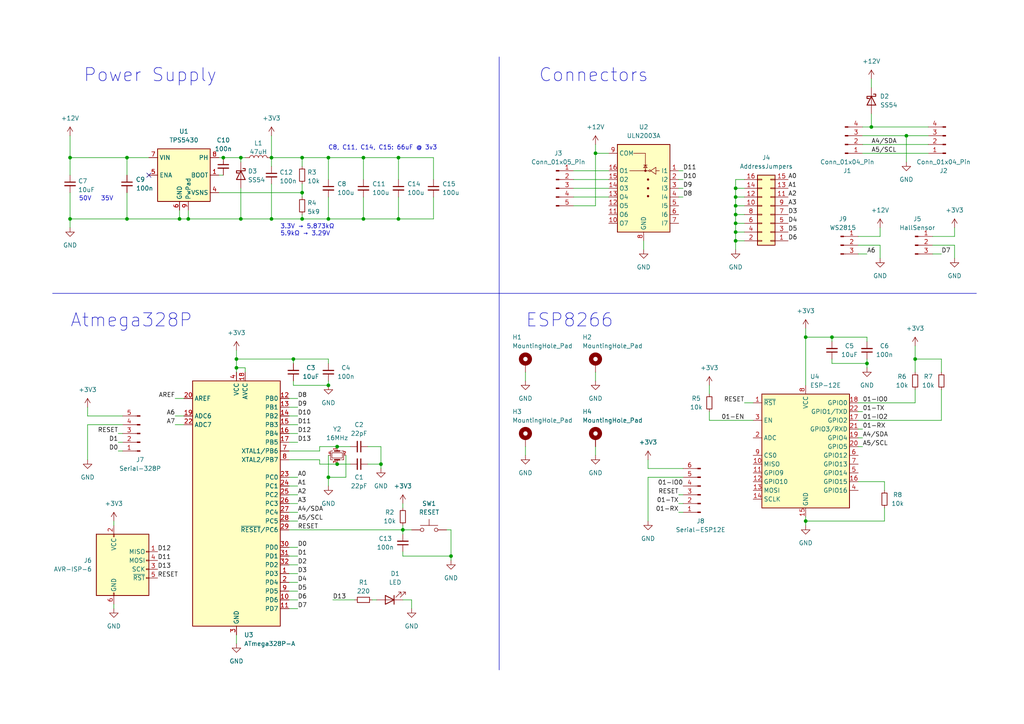
<source format=kicad_sch>
(kicad_sch (version 20231120) (generator "eeschema") (generator_version "8.0")
  (paper "A4")
  (lib_symbols
    (symbol "Connector:AVR-ISP-6" (pin_names (offset 1.016))
      (property "Reference" "J" (at -6.35 11.43 0))
      (property "Value" "AVR-ISP-6" (at 0 11.43 0))
      (symbol "AVR-ISP-6_1_1"
        (pin passive line (at 10.16 5.08 180) (length 2.54) (name "MISO") (number "1"))
        (pin passive line (at -2.54 12.7 270) (length 2.54) (name "VCC") (number "2"))
        (pin passive line (at 10.16 0 180) (length 2.54) (name "SCK") (number "3"))
        (pin passive line (at 10.16 2.54 180) (length 2.54) (name "MOSI") (number "4"))
        (pin passive line (at 10.16 -2.54 180) (length 2.54) (name "~{RST}") (number "5"))
        (pin passive line (at -2.54 -10.16 90) (length 2.54) (name "GND") (number "6"))
      )
    )
    (symbol "Connector:Conn_01x03_Pin" (pin_names (offset 1.016) hide)
      (property "Reference" "J" (at 0 5.08 0))
      (property "Value" "Conn_01x03_Pin" (at 0 -5.08 0))
      (symbol "Conn_01x03_Pin_1_1"
        (pin passive line (at 5.08 2.54 180) (length 3.81) (name "Pin_1") (number "1"))
        (pin passive line (at 5.08 0 180) (length 3.81) (name "Pin_2") (number "2"))
        (pin passive line (at 5.08 -2.54 180) (length 3.81) (name "Pin_3") (number "3"))
      )
    )
    (symbol "Connector:Conn_01x04_Pin" (pin_names (offset 1.016) hide)
      (property "Reference" "J" (at 0 5.08 0))
      (property "Value" "Conn_01x04_Pin" (at 0 -7.62 0))
      (symbol "Conn_01x04_Pin_1_1"
        (pin passive line (at 5.08 2.54 180) (length 3.81) (name "Pin_1") (number "1"))
        (pin passive line (at 5.08 0 180) (length 3.81) (name "Pin_2") (number "2"))
        (pin passive line (at 5.08 -2.54 180) (length 3.81) (name "Pin_3") (number "3"))
        (pin passive line (at 5.08 -5.08 180) (length 3.81) (name "Pin_4") (number "4"))
      )
    )
    (symbol "Connector:Conn_01x05_Pin" (pin_names (offset 1.016) hide)
      (property "Reference" "J" (at 0 7.62 0))
      (property "Value" "Conn_01x05_Pin" (at 0 -7.62 0))
      (symbol "Conn_01x05_Pin_1_1"
        (pin passive line (at 5.08 5.08 180) (length 3.81) (name "Pin_1") (number "1"))
        (pin passive line (at 5.08 2.54 180) (length 3.81) (name "Pin_2") (number "2"))
        (pin passive line (at 5.08 0 180) (length 3.81) (name "Pin_3") (number "3"))
        (pin passive line (at 5.08 -2.54 180) (length 3.81) (name "Pin_4") (number "4"))
        (pin passive line (at 5.08 -5.08 180) (length 3.81) (name "Pin_5") (number "5"))
      )
    )
    (symbol "Connector:Conn_01x06_Pin" (pin_names (offset 1.016) hide)
      (property "Reference" "J" (at 0 7.62 0))
      (property "Value" "Conn_01x06_Pin" (at 0 -10.16 0))
      (symbol "Conn_01x06_Pin_1_1"
        (pin passive line (at 5.08 5.08 180) (length 3.81) (name "Pin_1") (number "1"))
        (pin passive line (at 5.08 2.54 180) (length 3.81) (name "Pin_2") (number "2"))
        (pin passive line (at 5.08 0 180) (length 3.81) (name "Pin_3") (number "3"))
        (pin passive line (at 5.08 -2.54 180) (length 3.81) (name "Pin_4") (number "4"))
        (pin passive line (at 5.08 -5.08 180) (length 3.81) (name "Pin_5") (number "5"))
        (pin passive line (at 5.08 -7.62 180) (length 3.81) (name "Pin_6") (number "6"))
      )
    )
    (symbol "Connector_Generic:Conn_02x08_Odd_Even" (pin_names (offset 1.016) hide)
      (property "Reference" "J" (at 1.27 10.16 0))
      (property "Value" "Conn_02x08_Odd_Even" (at 1.27 -12.7 0))
      (symbol "Conn_02x08_Odd_Even_1_1"
        (pin passive line (at -5.08 7.62 0) (length 3.81) (name "Pin_1") (number "1"))
        (pin passive line (at 7.62 -2.54 180) (length 3.81) (name "Pin_10") (number "10"))
        (pin passive line (at -5.08 -5.08 0) (length 3.81) (name "Pin_11") (number "11"))
        (pin passive line (at 7.62 -5.08 180) (length 3.81) (name "Pin_12") (number "12"))
        (pin passive line (at -5.08 -7.62 0) (length 3.81) (name "Pin_13") (number "13"))
        (pin passive line (at 7.62 -7.62 180) (length 3.81) (name "Pin_14") (number "14"))
        (pin passive line (at -5.08 -10.16 0) (length 3.81) (name "Pin_15") (number "15"))
        (pin passive line (at 7.62 -10.16 180) (length 3.81) (name "Pin_16") (number "16"))
        (pin passive line (at 7.62 7.62 180) (length 3.81) (name "Pin_2") (number "2"))
        (pin passive line (at -5.08 5.08 0) (length 3.81) (name "Pin_3") (number "3"))
        (pin passive line (at 7.62 5.08 180) (length 3.81) (name "Pin_4") (number "4"))
        (pin passive line (at -5.08 2.54 0) (length 3.81) (name "Pin_5") (number "5"))
        (pin passive line (at 7.62 2.54 180) (length 3.81) (name "Pin_6") (number "6"))
        (pin passive line (at -5.08 0 0) (length 3.81) (name "Pin_7") (number "7"))
        (pin passive line (at 7.62 0 180) (length 3.81) (name "Pin_8") (number "8"))
        (pin passive line (at -5.08 -2.54 0) (length 3.81) (name "Pin_9") (number "9"))
      )
    )
    (symbol "Device:C_Small" (pin_numbers hide) (pin_names (offset 0.254) hide)
      (property "Reference" "C" (at 0.254 1.778 0))
      (property "Value" "C_Small" (at 0.254 -2.032 0))
      (symbol "C_Small_1_1"
        (pin passive line (at 0 2.54 270) (length 2.032) (name "~") (number "1"))
        (pin passive line (at 0 -2.54 90) (length 2.032) (name "~") (number "2"))
      )
    )
    (symbol "Device:Crystal_GND24_Small" (pin_names (offset 1.016) hide)
      (property "Reference" "Y" (at 1.27 4.445 0))
      (property "Value" "Crystal_GND24_Small" (at 1.27 2.54 0))
      (symbol "Crystal_GND24_Small_1_1"
        (pin passive line (at -2.54 0 0) (length 1.27) (name "1") (number "1"))
        (pin passive line (at 0 -2.54 90) (length 0.635) (name "2") (number "2"))
        (pin passive line (at 2.54 0 180) (length 1.27) (name "3") (number "3"))
        (pin passive line (at 0 2.54 270) (length 0.635) (name "4") (number "4"))
      )
    )
    (symbol "Device:D_Schottky" (pin_numbers hide) (pin_names (offset 1.016) hide)
      (property "Reference" "D" (at 0 2.54 0))
      (property "Value" "D_Schottky" (at 0 -2.54 0))
      (symbol "D_Schottky_1_1"
        (pin passive line (at -3.81 0 0) (length 2.54) (name "K") (number "1"))
        (pin passive line (at 3.81 0 180) (length 2.54) (name "A") (number "2"))
      )
    )
    (symbol "Device:L" (pin_numbers hide) (pin_names (offset 1.016) hide)
      (property "Reference" "L" (at -1.27 0 90))
      (property "Value" "L" (at 1.905 0 90))
      (symbol "L_1_1"
        (pin passive line (at 0 3.81 270) (length 1.27) (name "1") (number "1"))
        (pin passive line (at 0 -3.81 90) (length 1.27) (name "2") (number "2"))
      )
    )
    (symbol "Device:LED" (pin_numbers hide) (pin_names (offset 1.016) hide)
      (property "Reference" "D" (at 0 2.54 0))
      (property "Value" "LED" (at 0 -2.54 0))
      (symbol "LED_1_1"
        (pin passive line (at -3.81 0 0) (length 2.54) (name "K") (number "1"))
        (pin passive line (at 3.81 0 180) (length 2.54) (name "A") (number "2"))
      )
    )
    (symbol "Device:R_Small" (pin_numbers hide) (pin_names (offset 0.254) hide)
      (property "Reference" "R" (at 0.762 0.508 0))
      (property "Value" "R_Small" (at 0.762 -1.016 0))
      (symbol "R_Small_1_1"
        (pin passive line (at 0 2.54 270) (length 0.762) (name "~") (number "1"))
        (pin passive line (at 0 -2.54 90) (length 0.762) (name "~") (number "2"))
      )
    )
    (symbol "MCU_Microchip_ATmega:ATmega328P-A"
      (property "Reference" "U" (at -12.7 36.83 0))
      (property "Value" "ATmega328P-A" (at 2.54 -36.83 0))
      (symbol "ATmega328P-A_1_1"
        (pin bidirectional line (at 15.24 -20.32 180) (length 2.54) (name "PD3") (number "1"))
        (pin bidirectional line (at 15.24 -27.94 180) (length 2.54) (name "PD6") (number "10"))
        (pin bidirectional line (at 15.24 -30.48 180) (length 2.54) (name "PD7") (number "11"))
        (pin bidirectional line (at 15.24 30.48 180) (length 2.54) (name "PB0") (number "12"))
        (pin bidirectional line (at 15.24 27.94 180) (length 2.54) (name "PB1") (number "13"))
        (pin bidirectional line (at 15.24 25.4 180) (length 2.54) (name "PB2") (number "14"))
        (pin bidirectional line (at 15.24 22.86 180) (length 2.54) (name "PB3") (number "15"))
        (pin bidirectional line (at 15.24 20.32 180) (length 2.54) (name "PB4") (number "16"))
        (pin bidirectional line (at 15.24 17.78 180) (length 2.54) (name "PB5") (number "17"))
        (pin power_in line (at 2.54 38.1 270) (length 2.54) (name "AVCC") (number "18"))
        (pin input line (at -15.24 25.4 0) (length 2.54) (name "ADC6") (number "19"))
        (pin bidirectional line (at 15.24 -22.86 180) (length 2.54) (name "PD4") (number "2"))
        (pin passive line (at -15.24 30.48 0) (length 2.54) (name "AREF") (number "20"))
        (pin passive line (at 0 -38.1 90) (length 2.54) hide (name "GND") (number "21"))
        (pin input line (at -15.24 22.86 0) (length 2.54) (name "ADC7") (number "22"))
        (pin bidirectional line (at 15.24 7.62 180) (length 2.54) (name "PC0") (number "23"))
        (pin bidirectional line (at 15.24 5.08 180) (length 2.54) (name "PC1") (number "24"))
        (pin bidirectional line (at 15.24 2.54 180) (length 2.54) (name "PC2") (number "25"))
        (pin bidirectional line (at 15.24 0 180) (length 2.54) (name "PC3") (number "26"))
        (pin bidirectional line (at 15.24 -2.54 180) (length 2.54) (name "PC4") (number "27"))
        (pin bidirectional line (at 15.24 -5.08 180) (length 2.54) (name "PC5") (number "28"))
        (pin bidirectional line (at 15.24 -7.62 180) (length 2.54) (name "~{RESET}/PC6") (number "29"))
        (pin power_in line (at 0 -38.1 90) (length 2.54) (name "GND") (number "3"))
        (pin bidirectional line (at 15.24 -12.7 180) (length 2.54) (name "PD0") (number "30"))
        (pin bidirectional line (at 15.24 -15.24 180) (length 2.54) (name "PD1") (number "31"))
        (pin bidirectional line (at 15.24 -17.78 180) (length 2.54) (name "PD2") (number "32"))
        (pin power_in line (at 0 38.1 270) (length 2.54) (name "VCC") (number "4"))
        (pin passive line (at 0 -38.1 90) (length 2.54) hide (name "GND") (number "5"))
        (pin passive line (at 0 38.1 270) (length 2.54) hide (name "VCC") (number "6"))
        (pin bidirectional line (at 15.24 15.24 180) (length 2.54) (name "XTAL1/PB6") (number "7"))
        (pin bidirectional line (at 15.24 12.7 180) (length 2.54) (name "XTAL2/PB7") (number "8"))
        (pin bidirectional line (at 15.24 -25.4 180) (length 2.54) (name "PD5") (number "9"))
      )
    )
    (symbol "Mechanical:MountingHole_Pad" (pin_numbers hide) (pin_names (offset 1.016) hide)
      (property "Reference" "H" (at 0 6.35 0))
      (property "Value" "MountingHole_Pad" (at 0 4.445 0))
      (symbol "MountingHole_Pad_1_1"
        (pin input line (at 0 -2.54 90) (length 2.54) (name "1") (number "1"))
      )
    )
    (symbol "RF_Module:ESP-12E"
      (property "Reference" "U" (at -12.7 19.05 0))
      (property "Value" "ESP-12E" (at 12.7 19.05 0))
      (symbol "ESP-12E_1_1"
        (pin input line (at -15.24 15.24 0) (length 2.54) (name "~{RST}") (number "1"))
        (pin bidirectional line (at -15.24 -2.54 0) (length 2.54) (name "MISO") (number "10"))
        (pin bidirectional line (at -15.24 -5.08 0) (length 2.54) (name "GPIO9") (number "11"))
        (pin bidirectional line (at -15.24 -7.62 0) (length 2.54) (name "GPIO10") (number "12"))
        (pin bidirectional line (at -15.24 -10.16 0) (length 2.54) (name "MOSI") (number "13"))
        (pin bidirectional line (at -15.24 -12.7 0) (length 2.54) (name "SCLK") (number "14"))
        (pin power_in line (at 0 -17.78 90) (length 2.54) (name "GND") (number "15"))
        (pin bidirectional line (at 15.24 -7.62 180) (length 2.54) (name "GPIO15") (number "16"))
        (pin bidirectional line (at 15.24 10.16 180) (length 2.54) (name "GPIO2") (number "17"))
        (pin bidirectional line (at 15.24 15.24 180) (length 2.54) (name "GPIO0") (number "18"))
        (pin bidirectional line (at 15.24 5.08 180) (length 2.54) (name "GPIO4") (number "19"))
        (pin input line (at -15.24 5.08 0) (length 2.54) (name "ADC") (number "2"))
        (pin bidirectional line (at 15.24 2.54 180) (length 2.54) (name "GPIO5") (number "20"))
        (pin bidirectional line (at 15.24 7.62 180) (length 2.54) (name "GPIO3/RXD") (number "21"))
        (pin bidirectional line (at 15.24 12.7 180) (length 2.54) (name "GPIO1/TXD") (number "22"))
        (pin input line (at -15.24 10.16 0) (length 2.54) (name "EN") (number "3"))
        (pin bidirectional line (at 15.24 -10.16 180) (length 2.54) (name "GPIO16") (number "4"))
        (pin bidirectional line (at 15.24 -5.08 180) (length 2.54) (name "GPIO14") (number "5"))
        (pin bidirectional line (at 15.24 0 180) (length 2.54) (name "GPIO12") (number "6"))
        (pin bidirectional line (at 15.24 -2.54 180) (length 2.54) (name "GPIO13") (number "7"))
        (pin power_in line (at 0 20.32 270) (length 2.54) (name "VCC") (number "8"))
        (pin input line (at -15.24 0 0) (length 2.54) (name "CS0") (number "9"))
      )
    )
    (symbol "Switch:SW_Push" (pin_numbers hide) (pin_names (offset 1.016) hide)
      (property "Reference" "SW" (at 1.27 2.54 0))
      (property "Value" "SW_Push" (at 0 -1.524 0))
      (symbol "SW_Push_0_1"
        (pin passive line (at -5.08 0 0) (length 2.54) (name "1") (number "1"))
        (pin passive line (at 5.08 0 180) (length 2.54) (name "2") (number "2"))
      )
    )
    (symbol "Transistor_Array:ULN2003A"
      (property "Reference" "U" (at 0 15.875 0))
      (property "Value" "ULN2003A" (at 0 13.97 0))
      (symbol "ULN2003A_1_1"
        (pin input line (at -10.16 5.08 0) (length 2.54) (name "I1") (number "1"))
        (pin open_collector line (at 10.16 -10.16 180) (length 2.54) (name "O7") (number "10"))
        (pin open_collector line (at 10.16 -7.62 180) (length 2.54) (name "O6") (number "11"))
        (pin open_collector line (at 10.16 -5.08 180) (length 2.54) (name "O5") (number "12"))
        (pin open_collector line (at 10.16 -2.54 180) (length 2.54) (name "O4") (number "13"))
        (pin open_collector line (at 10.16 0 180) (length 2.54) (name "O3") (number "14"))
        (pin open_collector line (at 10.16 2.54 180) (length 2.54) (name "O2") (number "15"))
        (pin open_collector line (at 10.16 5.08 180) (length 2.54) (name "O1") (number "16"))
        (pin input line (at -10.16 2.54 0) (length 2.54) (name "I2") (number "2"))
        (pin input line (at -10.16 0 0) (length 2.54) (name "I3") (number "3"))
        (pin input line (at -10.16 -2.54 0) (length 2.54) (name "I4") (number "4"))
        (pin input line (at -10.16 -5.08 0) (length 2.54) (name "I5") (number "5"))
        (pin input line (at -10.16 -7.62 0) (length 2.54) (name "I6") (number "6"))
        (pin input line (at -10.16 -10.16 0) (length 2.54) (name "I7") (number "7"))
        (pin power_in line (at 0 -15.24 90) (length 2.54) (name "GND") (number "8"))
        (pin passive line (at 10.16 10.16 180) (length 2.54) (name "COM") (number "9"))
      )
    )
    (symbol "opendcc:TPS5450"
      (property "Reference" "U?" (at 0 11.3198 0))
      (property "Value" "TPS5450" (at 0 8.7829 0))
      (symbol "TPS5450_1_1"
        (pin input line (at 10.16 0 180) (length 2.54) (name "BOOT") (number "1"))
        (pin no_connect line (at -7.62 -2.54 0) (length 2.54) hide (name "NC") (number "2"))
        (pin no_connect line (at -7.62 -5.08 0) (length 2.54) hide (name "NC") (number "3"))
        (pin input line (at 10.16 -5.08 180) (length 2.54) (name "VSNS") (number "4"))
        (pin input line (at -10.16 0 0) (length 2.54) (name "ENA") (number "5"))
        (pin power_in line (at -1.27 -10.16 90) (length 2.54) (name "GND") (number "6"))
        (pin power_in line (at -10.16 5.08 0) (length 2.54) (name "VIN") (number "7"))
        (pin power_out line (at 10.16 5.08 180) (length 2.54) (name "PH") (number "8"))
        (pin power_in line (at 1.27 -10.16 90) (length 2.54) (name "PwPad") (number "9"))
      )
    )
    (symbol "power:+12V" (power) (pin_names (offset 0))
      (property "Value" "+12V" (at 0 3.556 0))
      (symbol "+12V_1_1"
        (pin power_in line (at 0 0 90) (length 0) hide (name "+12V") (number "1"))
      )
    )
    (symbol "power:+3V3" (power) (pin_names (offset 0))
      (property "Value" "+3V3" (at 0 3.556 0))
      (symbol "+3V3_1_1"
        (pin power_in line (at 0 0 90) (length 0) hide (name "+3V3") (number "1"))
      )
    )
    (symbol "power:GND" (power) (pin_names (offset 0))
      (property "Value" "GND" (at 0 -3.81 0))
      (symbol "GND_1_1"
        (pin power_in line (at 0 0 270) (length 0) hide (name "GND") (number "1"))
      )
    )
  )
  (junction (at 241.3 97.79))
  (junction (at 68.58 104.14))
  (junction (at 87.63 45.72))
  (junction (at 105.41 45.72))
  (junction (at 69.85 45.72))
  (junction (at 20.32 45.72))
  (junction (at 95.25 45.72))
  (junction (at 78.74 63.5))
  (junction (at 213.36 62.23))
  (junction (at 36.83 63.5))
  (junction (at 213.36 57.15))
  (junction (at 97.79 129.54))
  (junction (at 213.36 67.31))
  (junction (at 36.83 45.72))
  (junction (at 115.57 63.5))
  (junction (at 69.85 63.5))
  (junction (at 20.32 63.5))
  (junction (at 115.57 45.72))
  (junction (at 64.77 45.72))
  (junction (at 87.63 63.5))
  (junction (at 213.36 59.69))
  (junction (at 68.58 106.68))
  (junction (at 213.36 64.77))
  (junction (at 78.74 45.72))
  (junction (at 110.49 134.62))
  (junction (at 95.25 138.43))
  (junction (at 262.89 39.37))
  (junction (at 54.61 63.5))
  (junction (at 265.43 104.14))
  (junction (at 105.41 63.5))
  (junction (at 52.07 63.5))
  (junction (at 251.46 105.41))
  (junction (at 252.73 36.83))
  (junction (at 130.81 161.29))
  (junction (at 95.25 63.5))
  (junction (at 172.72 44.45))
  (junction (at 87.63 55.88))
  (junction (at 116.84 153.67))
  (junction (at 233.68 151.13))
  (junction (at 97.79 134.62))
  (junction (at 213.36 54.61))
  (junction (at 85.09 104.14))
  (junction (at 233.68 97.79))
  (junction (at 95.25 111.76))
  (junction (at 213.36 69.85))
  (no_connect (at 43.18 50.8))
  (wire (pts (xy 86.36 115.57) (xy 83.82 115.57)))
  (wire (pts (xy 54.61 63.5) (xy 69.85 63.5)))
  (wire (pts (xy 71.12 107.95) (xy 71.12 106.68)))
  (wire (pts (xy 86.36 171.45) (xy 83.82 171.45)))
  (wire (pts (xy 92.71 129.54) (xy 97.79 129.54)))
  (wire (pts (xy 86.36 158.75) (xy 83.82 158.75)))
  (wire (pts (xy 250.19 36.83) (xy 252.73 36.83)))
  (wire (pts (xy 54.61 60.96) (xy 54.61 63.5)))
  (wire (pts (xy 215.9 64.77) (xy 213.36 64.77)))
  (wire (pts (xy 36.83 63.5) (xy 52.07 63.5)))
  (wire (pts (xy 83.82 133.35) (xy 92.71 133.35)))
  (wire (pts (xy 198.12 54.61) (xy 196.85 54.61)))
  (wire (pts (xy 262.89 46.99) (xy 262.89 39.37)))
  (wire (pts (xy 196.85 146.05) (xy 198.12 146.05)))
  (wire (pts (xy 86.36 123.19) (xy 83.82 123.19)))
  (wire (pts (xy 116.84 146.05) (xy 116.84 147.32)))
  (wire (pts (xy 106.68 129.54) (xy 110.49 129.54)))
  (wire (pts (xy 187.96 135.89) (xy 187.96 133.35)))
  (wire (pts (xy 256.54 147.32) (xy 256.54 151.13)))
  (wire (pts (xy 20.32 45.72) (xy 36.83 45.72)))
  (wire (pts (xy 71.12 106.68) (xy 68.58 106.68)))
  (wire (pts (xy 198.12 49.53) (xy 196.85 49.53)))
  (wire (pts (xy 63.5 55.88) (xy 87.63 55.88)))
  (wire (pts (xy 68.58 104.14) (xy 85.09 104.14)))
  (wire (pts (xy 115.57 52.07) (xy 115.57 45.72)))
  (wire (pts (xy 251.46 105.41) (xy 251.46 104.14)))
  (wire (pts (xy 95.25 132.08) (xy 95.25 138.43)))
  (wire (pts (xy 198.12 138.43) (xy 187.96 138.43)))
  (wire (pts (xy 213.36 67.31) (xy 213.36 69.85)))
  (wire (pts (xy 125.73 63.5) (xy 125.73 57.15)))
  (wire (pts (xy 85.09 105.41) (xy 85.09 104.14)))
  (wire (pts (xy 78.74 53.34) (xy 78.74 63.5)))
  (wire (pts (xy 273.05 107.95) (xy 273.05 104.14)))
  (wire (pts (xy 63.5 50.8) (xy 64.77 50.8)))
  (wire (pts (xy 198.12 52.07) (xy 196.85 52.07)))
  (wire (pts (xy 250.19 39.37) (xy 262.89 39.37)))
  (wire (pts (xy 250.19 127) (xy 248.92 127)))
  (wire (pts (xy 78.74 48.26) (xy 78.74 45.72)))
  (wire (pts (xy 166.37 59.69) (xy 172.72 59.69)))
  (wire (pts (xy 95.25 63.5) (xy 95.25 57.15)))
  (wire (pts (xy 97.79 134.62) (xy 101.6 134.62)))
  (wire (pts (xy 86.36 125.73) (xy 83.82 125.73)))
  (wire (pts (xy 83.82 130.81) (xy 92.71 130.81)))
  (wire (pts (xy 92.71 130.81) (xy 92.71 129.54)))
  (wire (pts (xy 215.9 67.31) (xy 213.36 67.31)))
  (wire (pts (xy 215.9 59.69) (xy 213.36 59.69)))
  (wire (pts (xy 87.63 53.34) (xy 87.63 55.88)))
  (wire (pts (xy 241.3 104.14) (xy 241.3 105.41)))
  (wire (pts (xy 196.85 148.59) (xy 198.12 148.59)))
  (wire (pts (xy 68.58 104.14) (xy 68.58 106.68)))
  (wire (pts (xy 68.58 106.68) (xy 68.58 107.95)))
  (wire (pts (xy 215.9 62.23) (xy 213.36 62.23)))
  (wire (pts (xy 270.51 71.12) (xy 276.86 71.12)))
  (wire (pts (xy 130.81 153.67) (xy 130.81 161.29)))
  (wire (pts (xy 36.83 55.88) (xy 36.83 63.5)))
  (wire (pts (xy 87.63 55.88) (xy 87.63 57.15)))
  (wire (pts (xy 196.85 143.51) (xy 198.12 143.51)))
  (wire (pts (xy 248.92 124.46) (xy 250.19 124.46)))
  (wire (pts (xy 86.36 140.97) (xy 83.82 140.97)))
  (wire (pts (xy 255.27 68.58) (xy 255.27 66.04)))
  (wire (pts (xy 250.19 44.45) (xy 269.24 44.45)))
  (wire (pts (xy 172.72 129.54) (xy 172.72 132.08)))
  (polyline (pts (xy 144.78 85.09) (xy 144.78 194.31)))
  (wire (pts (xy 241.3 99.06) (xy 241.3 97.79)))
  (wire (pts (xy 86.36 146.05) (xy 83.82 146.05)))
  (wire (pts (xy 255.27 71.12) (xy 255.27 74.93)))
  (wire (pts (xy 86.36 168.91) (xy 83.82 168.91)))
  (wire (pts (xy 52.07 60.96) (xy 52.07 63.5)))
  (wire (pts (xy 270.51 68.58) (xy 276.86 68.58)))
  (wire (pts (xy 215.9 57.15) (xy 213.36 57.15)))
  (wire (pts (xy 78.74 45.72) (xy 87.63 45.72)))
  (polyline (pts (xy 144.78 16.51) (xy 144.78 85.09)))
  (wire (pts (xy 86.36 118.11) (xy 83.82 118.11)))
  (wire (pts (xy 50.8 120.65) (xy 53.34 120.65)))
  (wire (pts (xy 248.92 116.84) (xy 265.43 116.84)))
  (wire (pts (xy 241.3 105.41) (xy 251.46 105.41)))
  (wire (pts (xy 64.77 45.72) (xy 69.85 45.72)))
  (wire (pts (xy 78.74 39.37) (xy 78.74 45.72)))
  (wire (pts (xy 248.92 119.38) (xy 250.19 119.38)))
  (wire (pts (xy 205.74 111.76) (xy 205.74 114.3)))
  (wire (pts (xy 248.92 68.58) (xy 255.27 68.58)))
  (wire (pts (xy 115.57 63.5) (xy 115.57 57.15)))
  (wire (pts (xy 20.32 63.5) (xy 36.83 63.5)))
  (polyline (pts (xy 144.78 85.09) (xy 283.21 85.09)))
  (wire (pts (xy 130.81 162.56) (xy 130.81 161.29)))
  (wire (pts (xy 78.74 63.5) (xy 87.63 63.5)))
  (wire (pts (xy 248.92 129.54) (xy 250.19 129.54)))
  (wire (pts (xy 34.29 128.27) (xy 35.56 128.27)))
  (wire (pts (xy 116.84 152.4) (xy 116.84 153.67)))
  (wire (pts (xy 86.36 173.99) (xy 83.82 173.99)))
  (wire (pts (xy 186.69 69.85) (xy 186.69 72.39)))
  (wire (pts (xy 85.09 104.14) (xy 95.25 104.14)))
  (wire (pts (xy 95.25 138.43) (xy 95.25 140.97)))
  (wire (pts (xy 33.02 151.13) (xy 33.02 152.4)))
  (wire (pts (xy 213.36 59.69) (xy 213.36 62.23)))
  (wire (pts (xy 102.87 173.99) (xy 96.52 173.99)))
  (wire (pts (xy 25.4 120.65) (xy 35.56 120.65)))
  (wire (pts (xy 251.46 105.41) (xy 251.46 106.68)))
  (wire (pts (xy 20.32 50.8) (xy 20.32 45.72)))
  (wire (pts (xy 198.12 57.15) (xy 196.85 57.15)))
  (wire (pts (xy 68.58 186.69) (xy 68.58 184.15)))
  (wire (pts (xy 276.86 71.12) (xy 276.86 74.93)))
  (wire (pts (xy 34.29 130.81) (xy 35.56 130.81)))
  (wire (pts (xy 116.84 153.67) (xy 119.38 153.67)))
  (wire (pts (xy 95.25 111.76) (xy 95.25 110.49)))
  (wire (pts (xy 87.63 63.5) (xy 95.25 63.5)))
  (wire (pts (xy 252.73 22.86) (xy 252.73 25.4)))
  (wire (pts (xy 130.81 153.67) (xy 129.54 153.67)))
  (wire (pts (xy 265.43 113.03) (xy 265.43 116.84)))
  (wire (pts (xy 125.73 45.72) (xy 115.57 45.72)))
  (wire (pts (xy 166.37 57.15) (xy 176.53 57.15)))
  (wire (pts (xy 69.85 45.72) (xy 71.12 45.72)))
  (wire (pts (xy 125.73 52.07) (xy 125.73 45.72)))
  (wire (pts (xy 34.29 125.73) (xy 35.56 125.73)))
  (wire (pts (xy 252.73 36.83) (xy 269.24 36.83)))
  (wire (pts (xy 95.25 104.14) (xy 95.25 105.41)))
  (wire (pts (xy 85.09 110.49) (xy 85.09 111.76)))
  (wire (pts (xy 251.46 73.66) (xy 248.92 73.66)))
  (wire (pts (xy 251.46 97.79) (xy 241.3 97.79)))
  (wire (pts (xy 262.89 39.37) (xy 269.24 39.37)))
  (wire (pts (xy 86.36 138.43) (xy 83.82 138.43)))
  (wire (pts (xy 172.72 59.69) (xy 172.72 44.45)))
  (wire (pts (xy 273.05 73.66) (xy 270.51 73.66)))
  (wire (pts (xy 116.84 154.94) (xy 116.84 153.67)))
  (wire (pts (xy 105.41 52.07) (xy 105.41 45.72)))
  (wire (pts (xy 115.57 45.72) (xy 105.41 45.72)))
  (wire (pts (xy 69.85 63.5) (xy 78.74 63.5)))
  (wire (pts (xy 110.49 134.62) (xy 110.49 135.89)))
  (wire (pts (xy 172.72 107.95) (xy 172.72 110.49)))
  (wire (pts (xy 105.41 63.5) (xy 115.57 63.5)))
  (wire (pts (xy 265.43 104.14) (xy 265.43 107.95)))
  (wire (pts (xy 265.43 100.33) (xy 265.43 104.14)))
  (wire (pts (xy 198.12 135.89) (xy 187.96 135.89)))
  (wire (pts (xy 68.58 101.6) (xy 68.58 104.14)))
  (wire (pts (xy 20.32 55.88) (xy 20.32 63.5)))
  (wire (pts (xy 87.63 62.23) (xy 87.63 63.5)))
  (wire (pts (xy 86.36 163.83) (xy 83.82 163.83)))
  (wire (pts (xy 172.72 44.45) (xy 176.53 44.45)))
  (wire (pts (xy 83.82 153.67) (xy 116.84 153.67)))
  (wire (pts (xy 215.9 69.85) (xy 213.36 69.85)))
  (wire (pts (xy 152.4 107.95) (xy 152.4 110.49)))
  (wire (pts (xy 25.4 133.35) (xy 25.4 123.19)))
  (wire (pts (xy 213.36 57.15) (xy 213.36 59.69)))
  (wire (pts (xy 205.74 121.92) (xy 218.44 121.92)))
  (wire (pts (xy 213.36 54.61) (xy 213.36 57.15)))
  (wire (pts (xy 25.4 118.11) (xy 25.4 120.65)))
  (wire (pts (xy 106.68 134.62) (xy 110.49 134.62)))
  (wire (pts (xy 97.79 129.54) (xy 101.6 129.54)))
  (wire (pts (xy 86.36 128.27) (xy 83.82 128.27)))
  (wire (pts (xy 215.9 52.07) (xy 213.36 52.07)))
  (wire (pts (xy 273.05 113.03) (xy 273.05 121.92)))
  (wire (pts (xy 69.85 54.61) (xy 69.85 63.5)))
  (wire (pts (xy 107.95 173.99) (xy 109.22 173.99)))
  (wire (pts (xy 95.25 45.72) (xy 87.63 45.72)))
  (wire (pts (xy 50.8 115.57) (xy 53.34 115.57)))
  (wire (pts (xy 152.4 129.54) (xy 152.4 132.08)))
  (wire (pts (xy 166.37 49.53) (xy 176.53 49.53)))
  (wire (pts (xy 233.68 95.25) (xy 233.68 97.79)))
  (wire (pts (xy 213.36 64.77) (xy 213.36 67.31)))
  (wire (pts (xy 213.36 52.07) (xy 213.36 54.61)))
  (wire (pts (xy 250.19 41.91) (xy 269.24 41.91)))
  (wire (pts (xy 86.36 120.65) (xy 83.82 120.65)))
  (wire (pts (xy 215.9 54.61) (xy 213.36 54.61)))
  (wire (pts (xy 50.8 123.19) (xy 53.34 123.19)))
  (wire (pts (xy 119.38 173.99) (xy 119.38 176.53)))
  (wire (pts (xy 36.83 45.72) (xy 43.18 45.72)))
  (wire (pts (xy 20.32 39.37) (xy 20.32 45.72)))
  (wire (pts (xy 276.86 68.58) (xy 276.86 66.04)))
  (wire (pts (xy 256.54 151.13) (xy 233.68 151.13)))
  (wire (pts (xy 248.92 71.12) (xy 255.27 71.12)))
  (wire (pts (xy 233.68 151.13) (xy 233.68 152.4)))
  (wire (pts (xy 166.37 54.61) (xy 176.53 54.61)))
  (wire (pts (xy 95.25 63.5) (xy 105.41 63.5)))
  (wire (pts (xy 63.5 45.72) (xy 64.77 45.72)))
  (wire (pts (xy 248.92 139.7) (xy 256.54 139.7)))
  (wire (pts (xy 115.57 63.5) (xy 125.73 63.5)))
  (wire (pts (xy 52.07 63.5) (xy 54.61 63.5)))
  (wire (pts (xy 100.33 138.43) (xy 95.25 138.43)))
  (wire (pts (xy 87.63 45.72) (xy 87.63 48.26)))
  (wire (pts (xy 256.54 139.7) (xy 256.54 142.24)))
  (wire (pts (xy 92.71 133.35) (xy 92.71 134.62)))
  (wire (pts (xy 172.72 41.91) (xy 172.72 44.45)))
  (wire (pts (xy 205.74 119.38) (xy 205.74 121.92)))
  (wire (pts (xy 33.02 176.53) (xy 33.02 175.26)))
  (polyline (pts (xy 15.24 85.09) (xy 144.78 85.09)))
  (wire (pts (xy 241.3 97.79) (xy 233.68 97.79)))
  (wire (pts (xy 251.46 99.06) (xy 251.46 97.79)))
  (wire (pts (xy 233.68 149.86) (xy 233.68 151.13)))
  (wire (pts (xy 86.36 166.37) (xy 83.82 166.37)))
  (wire (pts (xy 116.84 161.29) (xy 116.84 160.02)))
  (wire (pts (xy 92.71 134.62) (xy 97.79 134.62)))
  (wire (pts (xy 273.05 104.14) (xy 265.43 104.14)))
  (wire (pts (xy 20.32 63.5) (xy 20.32 66.04)))
  (wire (pts (xy 36.83 45.72) (xy 36.83 50.8)))
  (wire (pts (xy 110.49 129.54) (xy 110.49 134.62)))
  (wire (pts (xy 86.36 143.51) (xy 83.82 143.51)))
  (wire (pts (xy 86.36 161.29) (xy 83.82 161.29)))
  (wire (pts (xy 116.84 173.99) (xy 119.38 173.99)))
  (wire (pts (xy 86.36 148.59) (xy 83.82 148.59)))
  (wire (pts (xy 105.41 63.5) (xy 105.41 57.15)))
  (wire (pts (xy 85.09 111.76) (xy 95.25 111.76)))
  (wire (pts (xy 25.4 123.19) (xy 35.56 123.19)))
  (wire (pts (xy 213.36 62.23) (xy 213.36 64.77)))
  (wire (pts (xy 116.84 161.29) (xy 130.81 161.29)))
  (wire (pts (xy 86.36 151.13) (xy 83.82 151.13)))
  (wire (pts (xy 213.36 69.85) (xy 213.36 72.39)))
  (wire (pts (xy 233.68 97.79) (xy 233.68 111.76)))
  (wire (pts (xy 248.92 121.92) (xy 273.05 121.92)))
  (wire (pts (xy 166.37 52.07) (xy 176.53 52.07)))
  (wire (pts (xy 95.25 52.07) (xy 95.25 45.72)))
  (wire (pts (xy 187.96 138.43) (xy 187.96 151.13)))
  (wire (pts (xy 86.36 176.53) (xy 83.82 176.53)))
  (wire (pts (xy 100.33 132.08) (xy 100.33 138.43)))
  (wire (pts (xy 105.41 45.72) (xy 95.25 45.72)))
  (wire (pts (xy 69.85 45.72) (xy 69.85 46.99)))
  (wire (pts (xy 215.9 116.84) (xy 218.44 116.84)))
  (wire (pts (xy 252.73 33.02) (xy 252.73 36.83)))
  (text "35V" (at 29.21 58.42 0) (effects (font (size 1.27 1.27)) (justify left bottom)))
  (text "Connectors" (at 156.21 24.13 0) (effects (font (size 3.81 3.81)) (justify left bottom)))
  (text "C8, C11, C14, C15: 66uF @ 3v3" (at 110.998 42.926 0) (effects (font (size 1.27 1.27))))
  (text "Power Supply" (at 24.13 24.13 0) (effects (font (size 3.81 3.81)) (justify left bottom)))
  (text "3.3V → 5.873kΩ\n5.9kΩ → 3.29V" (at 81.28 68.58 0) (effects (font (size 1.27 1.27)) (justify left bottom)))
  (text "50V" (at 22.86 58.42 0) (effects (font (size 1.27 1.27)) (justify left bottom)))
  (text "ESP8266" (at 152.4 95.25 0) (effects (font (size 3.81 3.81)) (justify left bottom)))
  (text "Atmega328P" (at 20.32 95.25 0) (effects (font (size 3.81 3.81)) (justify left bottom)))
  (label "A0" (at 86.36 138.43 0))
  (label "D10" (at 86.36 120.65 0))
  (label "01-IO2" (at 250.19 121.92 0))
  (label "D12" (at 45.72 160.02 0))
  (label "AREF" (at 50.8 115.57 180))
  (label "D11" (at 198.12 49.53 0))
  (label "D1" (at 86.36 161.29 0))
  (label "01-EN" (at 215.9 121.92 180))
  (label "A2" (at 228.6 57.15 0))
  (label "D3" (at 228.6 62.23 0))
  (label "A4{slash}SDA" (at 86.36 148.59 0))
  (label "D7" (at 273.05 73.66 0))
  (label "D12" (at 86.36 125.73 0))
  (label "D1" (at 34.29 128.27 180))
  (label "A6" (at 50.8 120.65 180))
  (label "01-IO0" (at 250.19 116.84 0))
  (label "D7" (at 86.36 176.53 0))
  (label "D6" (at 228.6 69.85 0))
  (label "D10" (at 198.12 52.07 0))
  (label "D13" (at 96.52 173.99 0))
  (label "01-IO0" (at 198.12 140.97 180))
  (label "RESET" (at 45.72 167.64 0))
  (label "A5{slash}SCL" (at 250.19 129.54 0))
  (label "D4" (at 86.36 168.91 0))
  (label "01-RX" (at 196.85 148.59 180))
  (label "01-TX" (at 250.19 119.38 0))
  (label "A3" (at 228.6 59.69 0))
  (label "D4" (at 228.6 64.77 0))
  (label "A5{slash}SCL" (at 86.36 151.13 0))
  (label "A7" (at 50.8 123.19 180))
  (label "01-RX" (at 250.19 124.46 0))
  (label "D6" (at 86.36 173.99 0))
  (label "A3" (at 86.36 146.05 0))
  (label "D11" (at 45.72 162.56 0))
  (label "D8" (at 198.12 57.15 0))
  (label "A4{slash}SDA" (at 252.73 41.91 0))
  (label "D2" (at 86.36 163.83 0))
  (label "D3" (at 86.36 166.37 0))
  (label "D9" (at 86.36 118.11 0))
  (label "A1" (at 228.6 54.61 0))
  (label "A5{slash}SCL" (at 252.73 44.45 0))
  (label "RESET" (at 196.85 143.51 180))
  (label "D9" (at 198.12 54.61 0))
  (label "A0" (at 228.6 52.07 0))
  (label "D13" (at 86.36 128.27 0))
  (label "A2" (at 86.36 143.51 0))
  (label "D0" (at 86.36 158.75 0))
  (label "01-TX" (at 196.85 146.05 180))
  (label "D5" (at 86.36 171.45 0))
  (label "A1" (at 86.36 140.97 0))
  (label "RESET" (at 34.29 125.73 180))
  (label "RESET" (at 86.36 153.67 0))
  (label "D8" (at 86.36 115.57 0))
  (label "D13" (at 45.72 165.1 0))
  (label "A6" (at 251.46 73.66 0))
  (label "RESET" (at 215.9 116.84 180))
  (label "D11" (at 86.36 123.19 0))
  (label "A4{slash}SDA" (at 250.19 127 0))
  (label "D0" (at 34.29 130.81 180))
  (label "D5" (at 228.6 67.31 0))
  (symbol (lib_id "power:+3V3") (at 116.84 146.05 0) (unit 1)
    (property "Reference" "#PWR016" (effects (hide yes)))
    (property "Value" "+3V3" (at 116.84 140.97 0))
  )
  (symbol (lib_id "Device:R_Small") (at 116.84 149.86 0) (unit 1)
    (property "Reference" "R2" (at 113.03 148.59 0))
    (property "Value" "10k" (at 113.03 151.13 0))
    (property "Footprint" "Resistor_SMD:R_0402_1005Metric" (effects (hide yes)))
    (property "LCSC" "C25744" (effects (hide yes)))
  )
  (symbol (lib_id "power:+12V") (at 252.73 22.86 0) (unit 1)
    (property "Reference" "#PWR01" (effects (hide yes)))
    (property "Value" "+12V" (at 252.73 17.78 0))
  )
  (symbol (lib_id "Transistor_Array:ULN2003A") (at 186.69 54.61 0) (mirror y) (unit 1)
    (property "Reference" "U2" (at 186.69 36.83 0))
    (property "Value" "ULN2003A" (at 186.69 39.37 0))
    (property "Footprint" "Package_SO:SOIC-16_3.9x9.9mm_P1.27mm" (effects (hide yes)))
    (property "Datasheet" "http://www.ti.com/lit/ds/symlink/uln2003a.pdf" (effects (hide yes)))
    (property "LCSC" "C7512" (effects (hide yes)))
  )
  (symbol (lib_id "Device:C_Small") (at 64.77 48.26 0) (unit 1)
    (property "Reference" "C10" (at 64.77 40.6431 0))
    (property "Value" "100n" (at 64.77 43.18 0))
    (property "Footprint" "Capacitor_SMD:C_0402_1005Metric" (effects (hide yes)))
    (property "LCSC" "C307331" (effects (hide yes)))
  )
  (symbol (lib_id "power:GND") (at 95.25 111.76 0) (unit 1)
    (property "Reference" "#PWR014" (effects (hide yes)))
    (property "Value" "GND" (at 95.25 116.84 0))
  )
  (symbol (lib_id "Connector:Conn_01x03_Pin") (at 243.84 71.12 0) (unit 1)
    (property "Reference" "J9" (at 244.475 63.5 0))
    (property "Value" "WS2815" (at 244.475 66.04 0))
    (property "Footprint" "Connector_JST:JST_XH_B3B-XH-AM_1x03_P2.50mm_Vertical" (effects (hide yes)))
    (property "LCSC" "C144394" (effects (hide yes)))
  )
  (symbol (lib_id "Device:C_Small") (at 251.46 101.6 180) (unit 1)
    (property "Reference" "C6" (at 256.5336 100.33 0))
    (property "Value" "100n" (at 256.5336 102.87 0))
    (property "Footprint" "Capacitor_SMD:C_0402_1005Metric" (effects (hide yes)))
    (property "LCSC" "C307331" (effects (hide yes)))
  )
  (symbol (lib_id "power:+12V") (at 20.32 39.37 0) (unit 1)
    (property "Reference" "#PWR025" (effects (hide yes)))
    (property "Value" "+12V" (at 20.32 34.29 0))
  )
  (symbol (lib_id "power:GND") (at 172.72 110.49 0) (unit 1)
    (property "Reference" "#PWR028" (effects (hide yes)))
    (property "Value" "GND" (at 172.72 115.57 0))
  )
  (symbol (lib_id "power:GND") (at 262.89 46.99 0) (unit 1)
    (property "Reference" "#PWR02" (effects (hide yes)))
    (property "Value" "GND" (at 262.89 52.07 0))
  )
  (symbol (lib_id "Connector_Generic:Conn_02x08_Odd_Even") (at 223.52 62.23 180) (unit 1)
    (property "Reference" "J4" (at 222.25 45.72 0))
    (property "Value" "AddressJumpers" (at 222.25 48.26 0))
    (property "Footprint" "Connector_PinHeader_2.54mm:PinHeader_2x08_P2.54mm_Vertical" (effects (hide yes)))
    (property "LCSC" "C492425" (effects (hide yes)))
  )
  (symbol (lib_id "power:+3V3") (at 33.02 151.13 0) (unit 1)
    (property "Reference" "#PWR06" (effects (hide yes)))
    (property "Value" "+3V3" (at 33.02 146.05 0))
  )
  (symbol (lib_id "power:GND") (at 20.32 66.04 0) (unit 1)
    (property "Reference" "#PWR024" (effects (hide yes)))
    (property "Value" "GND" (at 20.32 71.12 0))
  )
  (symbol (lib_id "Mechanical:MountingHole_Pad") (at 152.4 105.41 0) (unit 1) (in_bom no)
    (property "Reference" "H1" (at 148.59 97.79 0) (effects (justify left)))
    (property "Value" "MountingHole_Pad" (at 148.59 100.33 0) (effects (justify left)))
    (property "Footprint" "MountingHole:MountingHole_3.2mm_M3_DIN965_Pad" (effects (hide yes)))
  )
  (symbol (lib_id "Device:C_Small") (at 116.84 157.48 180) (unit 1)
    (property "Reference" "C13" (at 111.76 156.21 0))
    (property "Value" "100n" (at 111.76 158.75 0))
    (property "Footprint" "Capacitor_SMD:C_0402_1005Metric" (effects (hide yes)))
    (property "LCSC" "C307331" (effects (hide yes)))
  )
  (symbol (lib_id "RF_Module:ESP-12E") (at 233.68 132.08 0) (unit 1)
    (property "Reference" "U4" (at 234.95 109.22 0) (effects (justify left)))
    (property "Value" "ESP-12E" (at 234.95 111.76 0) (effects (justify left)))
    (property "Footprint" "RF_Module:ESP-12E" (effects (hide yes)))
    (property "Datasheet" "http://wiki.ai-thinker.com/_media/esp8266/esp8266_series_modules_user_manual_v1.1.pdf" (effects (hide yes)))
    (property "LCSC" "C89297" (effects (hide yes)))
  )
  (symbol (lib_id "power:GND") (at 213.36 72.39 0) (unit 1)
    (property "Reference" "#PWR07" (effects (hide yes)))
    (property "Value" "GND" (at 213.36 77.47 0))
  )
  (symbol (lib_id "power:GND") (at 130.81 162.56 0) (unit 1)
    (property "Reference" "#PWR015" (effects (hide yes)))
    (property "Value" "GND" (at 130.81 167.64 0))
  )
  (symbol (lib_id "power:GND") (at 33.02 176.53 0) (unit 1)
    (property "Reference" "#PWR011" (effects (hide yes)))
    (property "Value" "GND" (at 33.02 181.61 0))
  )
  (symbol (lib_id "power:GND") (at 186.69 72.39 0) (unit 1)
    (property "Reference" "#PWR03" (effects (hide yes)))
    (property "Value" "GND" (at 186.69 77.47 0))
  )
  (symbol (lib_id "Connector:Conn_01x05_Pin") (at 161.29 54.61 0) (unit 1)
    (property "Reference" "J3" (at 161.925 44.45 0))
    (property "Value" "Conn_01x05_Pin" (at 161.925 46.99 0))
    (property "Footprint" "Connector_JST:JST_XH_B5B-XH-AM_1x05_P2.50mm_Vertical" (effects (hide yes)))
    (property "LCSC" "C161872" (effects (hide yes)))
  )
  (symbol (lib_id "power:+3V3") (at 233.68 95.25 0) (unit 1)
    (property "Reference" "#PWR019" (effects (hide yes)))
    (property "Value" "+3V3" (at 233.68 90.17 0))
  )
  (symbol (lib_id "power:+3V3") (at 265.43 100.33 0) (unit 1)
    (property "Reference" "#PWR035" (effects (hide yes)))
    (property "Value" "+3V3" (at 265.43 95.25 0))
  )
  (symbol (lib_id "Connector:AVR-ISP-6") (at 35.56 165.1 0) (unit 1)
    (property "Reference" "J6" (at 26.67 162.56 0) (effects (justify right)))
    (property "Value" "AVR-ISP-6" (at 26.67 165.1 0) (effects (justify right)))
    (property "Footprint" "Connector_PinHeader_2.54mm:PinHeader_2x03_P2.54mm_Vertical" (effects (hide yes)))
    (property "Datasheet" " ~" (effects (hide yes)))
    (property "LCSC" "C65114" (effects (hide yes)))
  )
  (symbol (lib_id "power:+12V") (at 255.27 66.04 0) (unit 1)
    (property "Reference" "#PWR033" (effects (hide yes)))
    (property "Value" "+12V" (at 255.27 60.96 0))
  )
  (symbol (lib_id "Device:Crystal_GND24_Small") (at 97.79 132.08 90) (mirror x) (unit 1)
    (property "Reference" "Y2" (at 97.79 124.46 90))
    (property "Value" "16MHz" (at 97.79 127 90))
    (property "Footprint" "Crystal:Crystal_SMD_3225-4Pin_3.2x2.5mm" (effects (hide yes)))
    (property "LCSC" "C13738" (effects (hide yes)))
  )
  (symbol (lib_id "Connector:Conn_01x06_Pin") (at 203.2 143.51 180) (unit 1)
    (property "Reference" "J8" (at 203.2 151.13 0))
    (property "Value" "Serial-ESP12E" (at 203.2 153.67 0))
    (property "Footprint" "Connector_PinHeader_2.54mm:PinHeader_1x06_P2.54mm_Vertical" (effects (hide yes)))
    (property "LCSC" "C37208" (effects (hide yes)))
  )
  (symbol (lib_id "power:+3V3") (at 205.74 111.76 0) (unit 1)
    (property "Reference" "#PWR032" (effects (hide yes)))
    (property "Value" "+3V3" (at 205.74 106.68 0))
  )
  (symbol (lib_id "power:+12V") (at 172.72 41.91 0) (unit 1)
    (property "Reference" "#PWR04" (effects (hide yes)))
    (property "Value" "+12V" (at 172.72 36.83 0))
  )
  (symbol (lib_id "power:GND") (at 152.4 132.08 0) (unit 1)
    (property "Reference" "#PWR029" (effects (hide yes)))
    (property "Value" "GND" (at 152.4 137.16 0))
  )
  (symbol (lib_id "Device:C_Small") (at 78.74 50.8 0) (unit 1)
    (property "Reference" "C12" (at 81.0641 49.9716 0) (effects (justify left)))
    (property "Value" "100n" (at 81.0641 52.5085 0) (effects (justify left)))
    (property "Footprint" "Capacitor_SMD:C_0402_1005Metric" (effects (hide yes)))
    (property "LCSC" "C307331" (effects (hide yes)))
  )
  (symbol (lib_id "power:GND") (at 251.46 106.68 0) (unit 1)
    (property "Reference" "#PWR021" (effects (hide yes)))
    (property "Value" "GND" (at 251.46 111.76 0))
  )
  (symbol (lib_id "Mechanical:MountingHole_Pad") (at 172.72 127 0) (unit 1) (in_bom no)
    (property "Reference" "H4" (at 168.91 119.38 0) (effects (justify left)))
    (property "Value" "MountingHole_Pad" (at 168.91 121.92 0) (effects (justify left)))
    (property "Footprint" "MountingHole:MountingHole_3.2mm_M3_DIN965_Pad" (effects (hide yes)))
  )
  (symbol (lib_id "Device:R_Small") (at 265.43 110.49 0) (unit 1)
    (property "Reference" "R6" (at 261.62 109.22 0))
    (property "Value" "10k" (at 261.62 111.76 0))
    (property "Footprint" "Resistor_SMD:R_0402_1005Metric" (effects (hide yes)))
    (property "LCSC" "C25744" (effects (hide yes)))
  )
  (symbol (lib_id "Connector:Conn_01x05_Pin") (at 40.64 125.73 180) (unit 1)
    (property "Reference" "J7" (at 40.64 133.35 0))
    (property "Value" "Serial-328P" (at 40.64 135.89 0))
    (property "Footprint" "Connector_PinHeader_2.54mm:PinHeader_1x05_P2.54mm_Vertical" (effects (hide yes)))
    (property "LCSC" "C492404" (effects (hide yes)))
  )
  (symbol (lib_id "Device:C_Small") (at 104.14 134.62 270) (mirror x) (unit 1)
    (property "Reference" "C1" (at 104.14 138.43 90))
    (property "Value" "22pF" (at 104.1464 140.97 90))
    (property "Footprint" "Capacitor_SMD:C_0402_1005Metric" (effects (hide yes)))
    (property "LCSC" "C1555" (effects (hide yes)))
  )
  (symbol (lib_id "power:+3V3") (at 25.4 118.11 0) (unit 1)
    (property "Reference" "#PWR018" (effects (hide yes)))
    (property "Value" "+3V3" (at 25.4 113.03 0))
  )
  (symbol (lib_id "power:GND") (at 187.96 151.13 0) (unit 1)
    (property "Reference" "#PWR023" (effects (hide yes)))
    (property "Value" "GND" (at 187.96 156.21 0))
  )
  (symbol (lib_id "power:GND") (at 255.27 74.93 0) (unit 1)
    (property "Reference" "#PWR034" (effects (hide yes)))
    (property "Value" "GND" (at 255.27 80.01 0))
  )
  (symbol (lib_id "Device:R_Small") (at 205.74 116.84 0) (unit 1)
    (property "Reference" "R5" (at 201.93 115.57 0))
    (property "Value" "10k" (at 201.93 118.11 0))
    (property "Footprint" "Resistor_SMD:R_0402_1005Metric" (effects (hide yes)))
    (property "LCSC" "C25744" (effects (hide yes)))
  )
  (symbol (lib_id "power:GND") (at 25.4 133.35 0) (unit 1)
    (property "Reference" "#PWR017" (effects (hide yes)))
    (property "Value" "GND" (at 25.4 138.43 0))
  )
  (symbol (lib_id "Device:C_Small") (at 95.25 107.95 180) (unit 1)
    (property "Reference" "C4" (at 100.3236 106.68 0))
    (property "Value" "100n" (at 100.3236 109.22 0))
    (property "Footprint" "Capacitor_SMD:C_0402_1005Metric" (effects (hide yes)))
    (property "LCSC" "C307331" (effects (hide yes)))
  )
  (symbol (lib_id "Device:LED") (at 113.03 173.99 180) (unit 1)
    (property "Reference" "D1" (at 114.6175 166.37 0))
    (property "Value" "LED" (at 114.6175 168.91 0))
    (property "Footprint" "LED_SMD:LED_0805_2012Metric" (effects (hide yes)))
    (property "LCSC" "C2297" (effects (hide yes)))
  )
  (symbol (lib_id "Device:D_Schottky") (at 69.85 50.8 270) (unit 1)
    (property "Reference" "D3" (at 71.882 49.6478 90) (effects (justify left)))
    (property "Value" "SS54" (at 71.882 52.1847 90) (effects (justify left)))
    (property "Footprint" "Diode_SMD:D_SMA" (effects (hide yes)))
    (property "LCSC" "C22452" (effects (hide yes)))
  )
  (symbol (lib_id "power:GND") (at 95.25 140.97 0) (unit 1)
    (property "Reference" "#PWR031" (effects (hide yes)))
    (property "Value" "GND" (at 95.25 146.05 0))
  )
  (symbol (lib_id "Mechanical:MountingHole_Pad") (at 152.4 127 0) (unit 1) (in_bom no)
    (property "Reference" "H3" (at 148.59 119.38 0) (effects (justify left)))
    (property "Value" "MountingHole_Pad" (at 148.59 121.92 0) (effects (justify left)))
    (property "Footprint" "MountingHole:MountingHole_3.2mm_M3_DIN965_Pad" (effects (hide yes)))
  )
  (symbol (lib_id "Device:D_Schottky") (at 252.73 29.21 270) (unit 1)
    (property "Reference" "D2" (at 256.54 27.94 90))
    (property "Value" "SS54" (at 257.81 30.48 90))
    (property "Footprint" "Diode_SMD:D_SMA" (effects (hide yes)))
    (property "LCSC" "C22452" (effects (hide yes)))
  )
  (symbol (lib_id "Device:C_Small") (at 95.25 54.61 0) (unit 1)
    (property "Reference" "C8" (at 97.79 53.3462 0) (effects (justify left)))
    (property "Value" "100u" (at 97.79 55.8862 0) (effects (justify left)))
    (property "Footprint" "Capacitor_SMD:C_1206_3216Metric" (effects (hide yes)))
    (property "Description" "Unpolarized capacitor, small symbol" (effects (hide yes)))
  )
  (symbol (lib_id "Connector:Conn_01x04_Pin") (at 274.32 41.91 180) (unit 1)
    (property "Reference" "J2" (at 273.685 49.53 0))
    (property "Value" "Conn_01x04_Pin" (at 273.685 46.99 0))
    (property "Footprint" "Connector_JST:JST_XH_B4B-XH-AM_1x04_P2.50mm_Vertical" (effects (hide yes)))
    (property "LCSC" "C161871" (effects (hide yes)))
  )
  (symbol (lib_id "Device:C_Small") (at 115.57 54.61 0) (unit 1)
    (property "Reference" "C14" (at 118.11 53.3462 0) (effects (justify left)))
    (property "Value" "100u" (at 118.11 55.8862 0) (effects (justify left)))
    (property "Footprint" "Capacitor_SMD:C_1206_3216Metric" (effects (hide yes)))
    (property "Description" "Unpolarized capacitor, small symbol" (effects (hide yes)))
  )
  (symbol (lib_id "Device:C_Small") (at 125.73 54.61 0) (unit 1)
    (property "Reference" "C15" (at 128.27 53.3462 0) (effects (justify left)))
    (property "Value" "100u" (at 128.27 55.8862 0) (effects (justify left)))
    (property "Footprint" "Capacitor_SMD:C_1206_3216Metric" (effects (hide yes)))
    (property "Description" "Unpolarized capacitor, small symbol" (effects (hide yes)))
  )
  (symbol (lib_id "power:GND") (at 233.68 152.4 0) (unit 1)
    (property "Reference" "#PWR020" (effects (hide yes)))
    (property "Value" "GND" (at 233.68 157.48 0))
  )
  (symbol (lib_id "Device:R_Small") (at 87.63 59.69 0) (unit 1)
    (property "Reference" "R4" (at 89.1286 58.8553 0) (effects (justify left)))
    (property "Value" "5k9" (at 89.1286 61.3922 0) (effects (justify left)))
    (property "Footprint" "Resistor_SMD:R_0402_1005Metric" (effects (hide yes)))
    (property "LCSC" "C273691" (effects (hide yes)))
  )
  (symbol (lib_id "Device:C_Small") (at 85.09 107.95 180) (unit 1)
    (property "Reference" "C3" (at 90.1636 106.68 0))
    (property "Value" "10uF" (at 90.1636 109.22 0))
    (property "Footprint" "Capacitor_SMD:C_0805_2012Metric" (effects (hide yes)))
    (property "LCSC" "C440198" (effects (hide yes)))
  )
  (symbol (lib_id "power:+3V3") (at 187.96 133.35 0) (unit 1)
    (property "Reference" "#PWR022" (effects (hide yes)))
    (property "Value" "+3V3" (at 187.96 128.27 0))
  )
  (symbol (lib_id "Device:C_Small") (at 104.14 129.54 270) (unit 1)
    (property "Reference" "C2" (at 104.1336 123.19 90))
    (property "Value" "22pF" (at 104.1336 125.73 90))
    (property "Footprint" "Capacitor_SMD:C_0402_1005Metric" (effects (hide yes)))
    (property "LCSC" "C1555" (effects (hide yes)))
  )
  (symbol (lib_id "opendcc:TPS5450") (at 53.34 50.8 0) (unit 1)
    (property "Reference" "U1" (at 53.34 38.1 0))
    (property "Value" "TPS5430" (at 53.34 40.64 0))
    (property "Footprint" "Package_SO:SOIC-8-1EP_3.9x4.9mm_P1.27mm_EP2.514x3.2mm_ThermalVias" (effects (hide yes)))
    (property "Datasheet" "https://www.ti.com/lit/ds/symlink/tps5450.pdf" (effects (hide yes)))
    (property "LCSC" "C9864" (effects (hide yes)))
  )
  (symbol (lib_id "Device:R_Small") (at 105.41 173.99 270) (unit 1)
    (property "Reference" "R1" (at 105.41 168.91 90))
    (property "Value" "220" (at 105.41 171.45 90))
    (property "Footprint" "Resistor_SMD:R_0402_1005Metric" (effects (hide yes)))
    (property "LCSC" "C25091" (effects (hide yes)))
  )
  (symbol (lib_id "Connector:Conn_01x03_Pin") (at 265.43 71.12 0) (unit 1)
    (property "Reference" "J5" (at 266.065 63.5 0))
    (property "Value" "HallSensor" (at 266.065 66.04 0))
    (property "Footprint" "Connector_JST:JST_XH_B3B-XH-AM_1x03_P2.50mm_Vertical" (effects (hide yes)))
    (property "LCSC" "C144394" (effects (hide yes)))
  )
  (symbol (lib_id "Switch:SW_Push") (at 124.46 153.67 0) (unit 1)
    (property "Reference" "SW1" (at 124.46 146.05 0))
    (property "Value" "RESET" (at 124.46 148.59 0))
    (property "Footprint" "Button_Switch_SMD:SW_SPST_SKQG_WithStem" (effects (hide yes)))
    (property "LCSC" "C318884" (effects (hide yes)))
  )
  (symbol (lib_id "Device:C_Small") (at 241.3 101.6 180) (unit 1)
    (property "Reference" "C5" (at 246.3736 100.33 0))
    (property "Value" "10uF" (at 246.3736 102.87 0))
    (property "Footprint" "Capacitor_SMD:C_0805_2012Metric" (effects (hide yes)))
    (property "LCSC" "C440198" (effects (hide yes)))
  )
  (symbol (lib_id "power:GND") (at 172.72 132.08 0) (unit 1)
    (property "Reference" "#PWR030" (effects (hide yes)))
    (property "Value" "GND" (at 172.72 137.16 0))
  )
  (symbol (lib_id "Device:C_Small") (at 105.41 54.61 0) (unit 1)
    (property "Reference" "C11" (at 107.95 53.3462 0) (effects (justify left)))
    (property "Value" "100u" (at 107.95 55.8862 0) (effects (justify left)))
    (property "Footprint" "Capacitor_SMD:C_1206_3216Metric" (effects (hide yes)))
    (property "Description" "Unpolarized capacitor, small symbol" (effects (hide yes)))
  )
  (symbol (lib_id "Device:C_Small") (at 20.32 53.34 0) (unit 1)
    (property "Reference" "C7" (at 22.6441 52.5116 0) (effects (justify left)))
    (property "Value" "10uF" (at 22.6441 55.0485 0) (effects (justify left)))
    (property "Footprint" "Capacitor_SMD:C_0805_2012Metric" (effects (hide yes)))
    (property "LCSC" "C440198" (effects (hide yes)))
  )
  (symbol (lib_id "power:+3V3") (at 276.86 66.04 0) (unit 1)
    (property "Reference" "#PWR08" (effects (hide yes)))
    (property "Value" "+3V3" (at 276.86 60.96 0))
  )
  (symbol (lib_id "Connector:Conn_01x04_Pin") (at 245.11 41.91 0) (mirror x) (unit 1)
    (property "Reference" "J1" (at 245.745 49.53 0))
    (property "Value" "Conn_01x04_Pin" (at 245.745 46.99 0))
    (property "Footprint" "Connector_JST:JST_XH_B4B-XH-AM_1x04_P2.50mm_Vertical" (effects (hide yes)))
    (property "LCSC" "C161871" (effects (hide yes)))
  )
  (symbol (lib_id "Device:L") (at 74.93 45.72 90) (unit 1)
    (property "Reference" "L1" (at 74.93 41.5122 90))
    (property "Value" "47uH" (at 74.93 44.0491 90))
    (property "Footprint" "Inductor_SMD:L_Chilisin_BMRx00060630" (effects (hide yes)))
    (property "LCSC" "C475913" (effects (hide yes)))
  )
  (symbol (lib_id "Device:R_Small") (at 87.63 50.8 0) (unit 1)
    (property "Reference" "R3" (at 89.1286 49.9653 0) (effects (justify left)))
    (property "Value" "10k" (at 89.1286 52.5022 0) (effects (justify left)))
    (property "Footprint" "Resistor_SMD:R_0402_1005Metric" (effects (hide yes)))
    (property "LCSC" "C25744" (effects (hide yes)))
  )
  (symbol (lib_id "power:+3V3") (at 68.58 101.6 0) (unit 1)
    (property "Reference" "#PWR05" (effects (hide yes)))
    (property "Value" "+3V3" (at 68.58 96.52 0))
  )
  (symbol (lib_id "power:GND") (at 276.86 74.93 0) (unit 1)
    (property "Reference" "#PWR09" (effects (hide yes)))
    (property "Value" "GND" (at 276.86 80.01 0))
  )
  (symbol (lib_id "power:GND") (at 119.38 176.53 0) (unit 1)
    (property "Reference" "#PWR013" (effects (hide yes)))
    (property "Value" "GND" (at 119.38 181.61 0))
  )
  (symbol (lib_id "power:GND") (at 110.49 135.89 0) (unit 1)
    (property "Reference" "#PWR012" (effects (hide yes)))
    (property "Value" "GND" (at 110.49 140.97 0))
  )
  (symbol (lib_id "Device:R_Small") (at 273.05 110.49 0) (unit 1)
    (property "Reference" "R7" (at 269.24 109.22 0))
    (property "Value" "10k" (at 269.24 111.76 0))
    (property "Footprint" "Resistor_SMD:R_0402_1005Metric" (effects (hide yes)))
    (property "LCSC" "C25744" (effects (hide yes)))
  )
  (symbol (lib_id "MCU_Microchip_ATmega:ATmega328P-A") (at 68.58 146.05 0) (unit 1)
    (property "Reference" "U3" (at 70.7741 184.15 0) (effects (justify left)))
    (property "Value" "ATmega328P-A" (at 70.7741 186.69 0) (effects (justify left)))
    (property "Footprint" "Package_QFP:TQFP-32_7x7mm_P0.8mm" (effects (hide yes)))
    (property "Datasheet" "http://ww1.microchip.com/downloads/en/DeviceDoc/ATmega328_P%20AVR%20MCU%20with%20picoPower%20Technology%20Data%20Sheet%2040001984A.pdf" (effects (hide yes)))
    (property "LCSC" "C14877" (effects (hide yes)))
  )
  (symbol (lib_id "Device:R_Small") (at 256.54 144.78 0) (mirror y) (unit 1)
    (property "Reference" "R8" (at 260.35 143.51 0))
    (property "Value" "10k" (at 260.35 146.05 0))
    (property "Footprint" "Resistor_SMD:R_0402_1005Metric" (effects (hide yes)))
    (property "LCSC" "C25744" (effects (hide yes)))
  )
  (symbol (lib_id "Mechanical:MountingHole_Pad") (at 172.72 105.41 0) (unit 1) (in_bom no)
    (property "Reference" "H2" (at 168.91 97.79 0) (effects (justify left)))
    (property "Value" "MountingHole_Pad" (at 168.91 100.33 0) (effects (justify left)))
    (property "Footprint" "MountingHole:MountingHole_3.2mm_M3_DIN965_Pad" (effects (hide yes)))
  )
  (symbol (lib_id "power:GND") (at 68.58 186.69 0) (unit 1)
    (property "Reference" "#PWR010" (effects (hide yes)))
    (property "Value" "GND" (at 68.58 191.77 0))
  )
  (symbol (lib_id "power:GND") (at 152.4 110.49 0) (unit 1)
    (property "Reference" "#PWR027" (effects (hide yes)))
    (property "Value" "GND" (at 152.4 115.57 0))
  )
  (symbol (lib_id "Device:C_Small") (at 36.83 53.34 0) (mirror y) (unit 1)
    (property "Reference" "C9" (at 39.37 52.07 0) (effects (justify right)))
    (property "Value" "100n" (at 44.45 54.61 0) (effects (justify left)))
    (property "Footprint" "Capacitor_SMD:C_0402_1005Metric" (effects (hide yes)))
    (property "LCSC" "C307331" (effects (hide yes)))
  )
  (symbol (lib_id "power:+3V3") (at 78.74 39.37 0) (unit 1)
    (property "Reference" "#PWR026" (effects (hide yes)))
    (property "Value" "+3V3" (at 78.74 34.29 0))
  )
)
</source>
